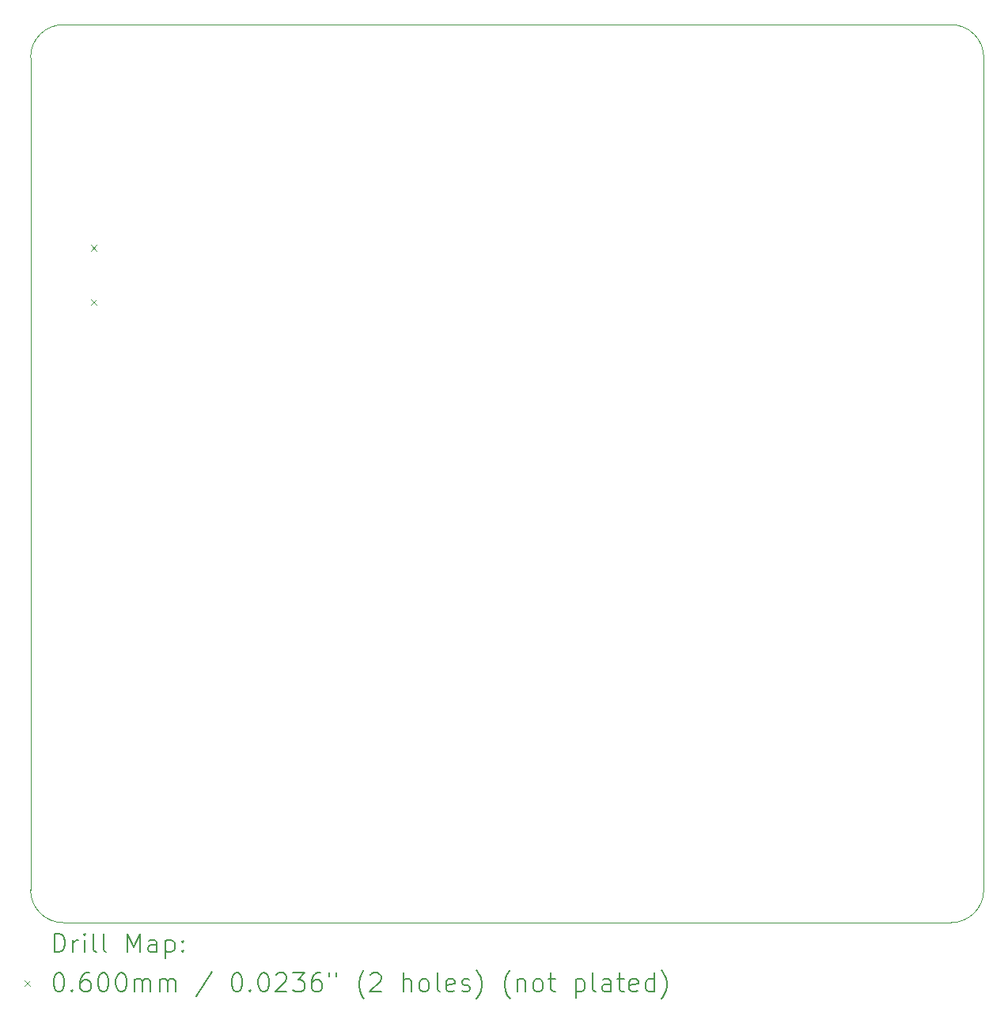
<source format=gbr>
%TF.GenerationSoftware,KiCad,Pcbnew,8.0.3+1*%
%TF.CreationDate,2024-08-22T20:15:40+00:00*%
%TF.ProjectId,AstraControl,41737472-6143-46f6-9e74-726f6c2e6b69,rev?*%
%TF.SameCoordinates,Original*%
%TF.FileFunction,Drillmap*%
%TF.FilePolarity,Positive*%
%FSLAX45Y45*%
G04 Gerber Fmt 4.5, Leading zero omitted, Abs format (unit mm)*
G04 Created by KiCad (PCBNEW 8.0.3+1) date 2024-08-22 20:15:40*
%MOMM*%
%LPD*%
G01*
G04 APERTURE LIST*
%ADD10C,0.100000*%
%ADD11C,0.200000*%
G04 APERTURE END LIST*
D10*
X10300000Y-6350000D02*
X10300000Y-15250000D01*
X10650000Y-15600000D02*
X20150000Y-15600000D01*
X20150000Y-6000000D02*
X10650000Y-6000000D01*
X20500000Y-15250000D02*
X20500000Y-6350000D01*
X10300000Y-6350000D02*
G75*
G02*
X10650000Y-6000000I350000J0D01*
G01*
X10650000Y-15600000D02*
G75*
G02*
X10300000Y-15250000I0J350000D01*
G01*
X20150000Y-6000000D02*
G75*
G02*
X20500000Y-6350000I0J-350000D01*
G01*
X20500000Y-15250000D02*
G75*
G02*
X20150000Y-15600000I-350000J0D01*
G01*
D11*
D10*
X10948000Y-8356000D02*
X11008000Y-8416000D01*
X11008000Y-8356000D02*
X10948000Y-8416000D01*
X10948000Y-8934000D02*
X11008000Y-8994000D01*
X11008000Y-8934000D02*
X10948000Y-8994000D01*
D11*
X10555777Y-15916484D02*
X10555777Y-15716484D01*
X10555777Y-15716484D02*
X10603396Y-15716484D01*
X10603396Y-15716484D02*
X10631967Y-15726008D01*
X10631967Y-15726008D02*
X10651015Y-15745055D01*
X10651015Y-15745055D02*
X10660539Y-15764103D01*
X10660539Y-15764103D02*
X10670063Y-15802198D01*
X10670063Y-15802198D02*
X10670063Y-15830769D01*
X10670063Y-15830769D02*
X10660539Y-15868865D01*
X10660539Y-15868865D02*
X10651015Y-15887912D01*
X10651015Y-15887912D02*
X10631967Y-15906960D01*
X10631967Y-15906960D02*
X10603396Y-15916484D01*
X10603396Y-15916484D02*
X10555777Y-15916484D01*
X10755777Y-15916484D02*
X10755777Y-15783150D01*
X10755777Y-15821246D02*
X10765301Y-15802198D01*
X10765301Y-15802198D02*
X10774824Y-15792674D01*
X10774824Y-15792674D02*
X10793872Y-15783150D01*
X10793872Y-15783150D02*
X10812920Y-15783150D01*
X10879586Y-15916484D02*
X10879586Y-15783150D01*
X10879586Y-15716484D02*
X10870063Y-15726008D01*
X10870063Y-15726008D02*
X10879586Y-15735531D01*
X10879586Y-15735531D02*
X10889110Y-15726008D01*
X10889110Y-15726008D02*
X10879586Y-15716484D01*
X10879586Y-15716484D02*
X10879586Y-15735531D01*
X11003396Y-15916484D02*
X10984348Y-15906960D01*
X10984348Y-15906960D02*
X10974824Y-15887912D01*
X10974824Y-15887912D02*
X10974824Y-15716484D01*
X11108158Y-15916484D02*
X11089110Y-15906960D01*
X11089110Y-15906960D02*
X11079586Y-15887912D01*
X11079586Y-15887912D02*
X11079586Y-15716484D01*
X11336729Y-15916484D02*
X11336729Y-15716484D01*
X11336729Y-15716484D02*
X11403396Y-15859341D01*
X11403396Y-15859341D02*
X11470062Y-15716484D01*
X11470062Y-15716484D02*
X11470062Y-15916484D01*
X11651015Y-15916484D02*
X11651015Y-15811722D01*
X11651015Y-15811722D02*
X11641491Y-15792674D01*
X11641491Y-15792674D02*
X11622443Y-15783150D01*
X11622443Y-15783150D02*
X11584348Y-15783150D01*
X11584348Y-15783150D02*
X11565301Y-15792674D01*
X11651015Y-15906960D02*
X11631967Y-15916484D01*
X11631967Y-15916484D02*
X11584348Y-15916484D01*
X11584348Y-15916484D02*
X11565301Y-15906960D01*
X11565301Y-15906960D02*
X11555777Y-15887912D01*
X11555777Y-15887912D02*
X11555777Y-15868865D01*
X11555777Y-15868865D02*
X11565301Y-15849817D01*
X11565301Y-15849817D02*
X11584348Y-15840293D01*
X11584348Y-15840293D02*
X11631967Y-15840293D01*
X11631967Y-15840293D02*
X11651015Y-15830769D01*
X11746253Y-15783150D02*
X11746253Y-15983150D01*
X11746253Y-15792674D02*
X11765301Y-15783150D01*
X11765301Y-15783150D02*
X11803396Y-15783150D01*
X11803396Y-15783150D02*
X11822443Y-15792674D01*
X11822443Y-15792674D02*
X11831967Y-15802198D01*
X11831967Y-15802198D02*
X11841491Y-15821246D01*
X11841491Y-15821246D02*
X11841491Y-15878388D01*
X11841491Y-15878388D02*
X11831967Y-15897436D01*
X11831967Y-15897436D02*
X11822443Y-15906960D01*
X11822443Y-15906960D02*
X11803396Y-15916484D01*
X11803396Y-15916484D02*
X11765301Y-15916484D01*
X11765301Y-15916484D02*
X11746253Y-15906960D01*
X11927205Y-15897436D02*
X11936729Y-15906960D01*
X11936729Y-15906960D02*
X11927205Y-15916484D01*
X11927205Y-15916484D02*
X11917682Y-15906960D01*
X11917682Y-15906960D02*
X11927205Y-15897436D01*
X11927205Y-15897436D02*
X11927205Y-15916484D01*
X11927205Y-15792674D02*
X11936729Y-15802198D01*
X11936729Y-15802198D02*
X11927205Y-15811722D01*
X11927205Y-15811722D02*
X11917682Y-15802198D01*
X11917682Y-15802198D02*
X11927205Y-15792674D01*
X11927205Y-15792674D02*
X11927205Y-15811722D01*
D10*
X10235000Y-16215000D02*
X10295000Y-16275000D01*
X10295000Y-16215000D02*
X10235000Y-16275000D01*
D11*
X10593872Y-16136484D02*
X10612920Y-16136484D01*
X10612920Y-16136484D02*
X10631967Y-16146008D01*
X10631967Y-16146008D02*
X10641491Y-16155531D01*
X10641491Y-16155531D02*
X10651015Y-16174579D01*
X10651015Y-16174579D02*
X10660539Y-16212674D01*
X10660539Y-16212674D02*
X10660539Y-16260293D01*
X10660539Y-16260293D02*
X10651015Y-16298388D01*
X10651015Y-16298388D02*
X10641491Y-16317436D01*
X10641491Y-16317436D02*
X10631967Y-16326960D01*
X10631967Y-16326960D02*
X10612920Y-16336484D01*
X10612920Y-16336484D02*
X10593872Y-16336484D01*
X10593872Y-16336484D02*
X10574824Y-16326960D01*
X10574824Y-16326960D02*
X10565301Y-16317436D01*
X10565301Y-16317436D02*
X10555777Y-16298388D01*
X10555777Y-16298388D02*
X10546253Y-16260293D01*
X10546253Y-16260293D02*
X10546253Y-16212674D01*
X10546253Y-16212674D02*
X10555777Y-16174579D01*
X10555777Y-16174579D02*
X10565301Y-16155531D01*
X10565301Y-16155531D02*
X10574824Y-16146008D01*
X10574824Y-16146008D02*
X10593872Y-16136484D01*
X10746253Y-16317436D02*
X10755777Y-16326960D01*
X10755777Y-16326960D02*
X10746253Y-16336484D01*
X10746253Y-16336484D02*
X10736729Y-16326960D01*
X10736729Y-16326960D02*
X10746253Y-16317436D01*
X10746253Y-16317436D02*
X10746253Y-16336484D01*
X10927205Y-16136484D02*
X10889110Y-16136484D01*
X10889110Y-16136484D02*
X10870063Y-16146008D01*
X10870063Y-16146008D02*
X10860539Y-16155531D01*
X10860539Y-16155531D02*
X10841491Y-16184103D01*
X10841491Y-16184103D02*
X10831967Y-16222198D01*
X10831967Y-16222198D02*
X10831967Y-16298388D01*
X10831967Y-16298388D02*
X10841491Y-16317436D01*
X10841491Y-16317436D02*
X10851015Y-16326960D01*
X10851015Y-16326960D02*
X10870063Y-16336484D01*
X10870063Y-16336484D02*
X10908158Y-16336484D01*
X10908158Y-16336484D02*
X10927205Y-16326960D01*
X10927205Y-16326960D02*
X10936729Y-16317436D01*
X10936729Y-16317436D02*
X10946253Y-16298388D01*
X10946253Y-16298388D02*
X10946253Y-16250769D01*
X10946253Y-16250769D02*
X10936729Y-16231722D01*
X10936729Y-16231722D02*
X10927205Y-16222198D01*
X10927205Y-16222198D02*
X10908158Y-16212674D01*
X10908158Y-16212674D02*
X10870063Y-16212674D01*
X10870063Y-16212674D02*
X10851015Y-16222198D01*
X10851015Y-16222198D02*
X10841491Y-16231722D01*
X10841491Y-16231722D02*
X10831967Y-16250769D01*
X11070063Y-16136484D02*
X11089110Y-16136484D01*
X11089110Y-16136484D02*
X11108158Y-16146008D01*
X11108158Y-16146008D02*
X11117682Y-16155531D01*
X11117682Y-16155531D02*
X11127205Y-16174579D01*
X11127205Y-16174579D02*
X11136729Y-16212674D01*
X11136729Y-16212674D02*
X11136729Y-16260293D01*
X11136729Y-16260293D02*
X11127205Y-16298388D01*
X11127205Y-16298388D02*
X11117682Y-16317436D01*
X11117682Y-16317436D02*
X11108158Y-16326960D01*
X11108158Y-16326960D02*
X11089110Y-16336484D01*
X11089110Y-16336484D02*
X11070063Y-16336484D01*
X11070063Y-16336484D02*
X11051015Y-16326960D01*
X11051015Y-16326960D02*
X11041491Y-16317436D01*
X11041491Y-16317436D02*
X11031967Y-16298388D01*
X11031967Y-16298388D02*
X11022444Y-16260293D01*
X11022444Y-16260293D02*
X11022444Y-16212674D01*
X11022444Y-16212674D02*
X11031967Y-16174579D01*
X11031967Y-16174579D02*
X11041491Y-16155531D01*
X11041491Y-16155531D02*
X11051015Y-16146008D01*
X11051015Y-16146008D02*
X11070063Y-16136484D01*
X11260539Y-16136484D02*
X11279586Y-16136484D01*
X11279586Y-16136484D02*
X11298634Y-16146008D01*
X11298634Y-16146008D02*
X11308158Y-16155531D01*
X11308158Y-16155531D02*
X11317682Y-16174579D01*
X11317682Y-16174579D02*
X11327205Y-16212674D01*
X11327205Y-16212674D02*
X11327205Y-16260293D01*
X11327205Y-16260293D02*
X11317682Y-16298388D01*
X11317682Y-16298388D02*
X11308158Y-16317436D01*
X11308158Y-16317436D02*
X11298634Y-16326960D01*
X11298634Y-16326960D02*
X11279586Y-16336484D01*
X11279586Y-16336484D02*
X11260539Y-16336484D01*
X11260539Y-16336484D02*
X11241491Y-16326960D01*
X11241491Y-16326960D02*
X11231967Y-16317436D01*
X11231967Y-16317436D02*
X11222443Y-16298388D01*
X11222443Y-16298388D02*
X11212920Y-16260293D01*
X11212920Y-16260293D02*
X11212920Y-16212674D01*
X11212920Y-16212674D02*
X11222443Y-16174579D01*
X11222443Y-16174579D02*
X11231967Y-16155531D01*
X11231967Y-16155531D02*
X11241491Y-16146008D01*
X11241491Y-16146008D02*
X11260539Y-16136484D01*
X11412920Y-16336484D02*
X11412920Y-16203150D01*
X11412920Y-16222198D02*
X11422443Y-16212674D01*
X11422443Y-16212674D02*
X11441491Y-16203150D01*
X11441491Y-16203150D02*
X11470063Y-16203150D01*
X11470063Y-16203150D02*
X11489110Y-16212674D01*
X11489110Y-16212674D02*
X11498634Y-16231722D01*
X11498634Y-16231722D02*
X11498634Y-16336484D01*
X11498634Y-16231722D02*
X11508158Y-16212674D01*
X11508158Y-16212674D02*
X11527205Y-16203150D01*
X11527205Y-16203150D02*
X11555777Y-16203150D01*
X11555777Y-16203150D02*
X11574824Y-16212674D01*
X11574824Y-16212674D02*
X11584348Y-16231722D01*
X11584348Y-16231722D02*
X11584348Y-16336484D01*
X11679586Y-16336484D02*
X11679586Y-16203150D01*
X11679586Y-16222198D02*
X11689110Y-16212674D01*
X11689110Y-16212674D02*
X11708158Y-16203150D01*
X11708158Y-16203150D02*
X11736729Y-16203150D01*
X11736729Y-16203150D02*
X11755777Y-16212674D01*
X11755777Y-16212674D02*
X11765301Y-16231722D01*
X11765301Y-16231722D02*
X11765301Y-16336484D01*
X11765301Y-16231722D02*
X11774824Y-16212674D01*
X11774824Y-16212674D02*
X11793872Y-16203150D01*
X11793872Y-16203150D02*
X11822443Y-16203150D01*
X11822443Y-16203150D02*
X11841491Y-16212674D01*
X11841491Y-16212674D02*
X11851015Y-16231722D01*
X11851015Y-16231722D02*
X11851015Y-16336484D01*
X12241491Y-16126960D02*
X12070063Y-16384103D01*
X12498634Y-16136484D02*
X12517682Y-16136484D01*
X12517682Y-16136484D02*
X12536729Y-16146008D01*
X12536729Y-16146008D02*
X12546253Y-16155531D01*
X12546253Y-16155531D02*
X12555777Y-16174579D01*
X12555777Y-16174579D02*
X12565301Y-16212674D01*
X12565301Y-16212674D02*
X12565301Y-16260293D01*
X12565301Y-16260293D02*
X12555777Y-16298388D01*
X12555777Y-16298388D02*
X12546253Y-16317436D01*
X12546253Y-16317436D02*
X12536729Y-16326960D01*
X12536729Y-16326960D02*
X12517682Y-16336484D01*
X12517682Y-16336484D02*
X12498634Y-16336484D01*
X12498634Y-16336484D02*
X12479586Y-16326960D01*
X12479586Y-16326960D02*
X12470063Y-16317436D01*
X12470063Y-16317436D02*
X12460539Y-16298388D01*
X12460539Y-16298388D02*
X12451015Y-16260293D01*
X12451015Y-16260293D02*
X12451015Y-16212674D01*
X12451015Y-16212674D02*
X12460539Y-16174579D01*
X12460539Y-16174579D02*
X12470063Y-16155531D01*
X12470063Y-16155531D02*
X12479586Y-16146008D01*
X12479586Y-16146008D02*
X12498634Y-16136484D01*
X12651015Y-16317436D02*
X12660539Y-16326960D01*
X12660539Y-16326960D02*
X12651015Y-16336484D01*
X12651015Y-16336484D02*
X12641491Y-16326960D01*
X12641491Y-16326960D02*
X12651015Y-16317436D01*
X12651015Y-16317436D02*
X12651015Y-16336484D01*
X12784348Y-16136484D02*
X12803396Y-16136484D01*
X12803396Y-16136484D02*
X12822444Y-16146008D01*
X12822444Y-16146008D02*
X12831967Y-16155531D01*
X12831967Y-16155531D02*
X12841491Y-16174579D01*
X12841491Y-16174579D02*
X12851015Y-16212674D01*
X12851015Y-16212674D02*
X12851015Y-16260293D01*
X12851015Y-16260293D02*
X12841491Y-16298388D01*
X12841491Y-16298388D02*
X12831967Y-16317436D01*
X12831967Y-16317436D02*
X12822444Y-16326960D01*
X12822444Y-16326960D02*
X12803396Y-16336484D01*
X12803396Y-16336484D02*
X12784348Y-16336484D01*
X12784348Y-16336484D02*
X12765301Y-16326960D01*
X12765301Y-16326960D02*
X12755777Y-16317436D01*
X12755777Y-16317436D02*
X12746253Y-16298388D01*
X12746253Y-16298388D02*
X12736729Y-16260293D01*
X12736729Y-16260293D02*
X12736729Y-16212674D01*
X12736729Y-16212674D02*
X12746253Y-16174579D01*
X12746253Y-16174579D02*
X12755777Y-16155531D01*
X12755777Y-16155531D02*
X12765301Y-16146008D01*
X12765301Y-16146008D02*
X12784348Y-16136484D01*
X12927206Y-16155531D02*
X12936729Y-16146008D01*
X12936729Y-16146008D02*
X12955777Y-16136484D01*
X12955777Y-16136484D02*
X13003396Y-16136484D01*
X13003396Y-16136484D02*
X13022444Y-16146008D01*
X13022444Y-16146008D02*
X13031967Y-16155531D01*
X13031967Y-16155531D02*
X13041491Y-16174579D01*
X13041491Y-16174579D02*
X13041491Y-16193627D01*
X13041491Y-16193627D02*
X13031967Y-16222198D01*
X13031967Y-16222198D02*
X12917682Y-16336484D01*
X12917682Y-16336484D02*
X13041491Y-16336484D01*
X13108158Y-16136484D02*
X13231967Y-16136484D01*
X13231967Y-16136484D02*
X13165301Y-16212674D01*
X13165301Y-16212674D02*
X13193872Y-16212674D01*
X13193872Y-16212674D02*
X13212920Y-16222198D01*
X13212920Y-16222198D02*
X13222444Y-16231722D01*
X13222444Y-16231722D02*
X13231967Y-16250769D01*
X13231967Y-16250769D02*
X13231967Y-16298388D01*
X13231967Y-16298388D02*
X13222444Y-16317436D01*
X13222444Y-16317436D02*
X13212920Y-16326960D01*
X13212920Y-16326960D02*
X13193872Y-16336484D01*
X13193872Y-16336484D02*
X13136729Y-16336484D01*
X13136729Y-16336484D02*
X13117682Y-16326960D01*
X13117682Y-16326960D02*
X13108158Y-16317436D01*
X13403396Y-16136484D02*
X13365301Y-16136484D01*
X13365301Y-16136484D02*
X13346253Y-16146008D01*
X13346253Y-16146008D02*
X13336729Y-16155531D01*
X13336729Y-16155531D02*
X13317682Y-16184103D01*
X13317682Y-16184103D02*
X13308158Y-16222198D01*
X13308158Y-16222198D02*
X13308158Y-16298388D01*
X13308158Y-16298388D02*
X13317682Y-16317436D01*
X13317682Y-16317436D02*
X13327206Y-16326960D01*
X13327206Y-16326960D02*
X13346253Y-16336484D01*
X13346253Y-16336484D02*
X13384348Y-16336484D01*
X13384348Y-16336484D02*
X13403396Y-16326960D01*
X13403396Y-16326960D02*
X13412920Y-16317436D01*
X13412920Y-16317436D02*
X13422444Y-16298388D01*
X13422444Y-16298388D02*
X13422444Y-16250769D01*
X13422444Y-16250769D02*
X13412920Y-16231722D01*
X13412920Y-16231722D02*
X13403396Y-16222198D01*
X13403396Y-16222198D02*
X13384348Y-16212674D01*
X13384348Y-16212674D02*
X13346253Y-16212674D01*
X13346253Y-16212674D02*
X13327206Y-16222198D01*
X13327206Y-16222198D02*
X13317682Y-16231722D01*
X13317682Y-16231722D02*
X13308158Y-16250769D01*
X13498634Y-16136484D02*
X13498634Y-16174579D01*
X13574825Y-16136484D02*
X13574825Y-16174579D01*
X13870063Y-16412674D02*
X13860539Y-16403150D01*
X13860539Y-16403150D02*
X13841491Y-16374579D01*
X13841491Y-16374579D02*
X13831968Y-16355531D01*
X13831968Y-16355531D02*
X13822444Y-16326960D01*
X13822444Y-16326960D02*
X13812920Y-16279341D01*
X13812920Y-16279341D02*
X13812920Y-16241246D01*
X13812920Y-16241246D02*
X13822444Y-16193627D01*
X13822444Y-16193627D02*
X13831968Y-16165055D01*
X13831968Y-16165055D02*
X13841491Y-16146008D01*
X13841491Y-16146008D02*
X13860539Y-16117436D01*
X13860539Y-16117436D02*
X13870063Y-16107912D01*
X13936729Y-16155531D02*
X13946253Y-16146008D01*
X13946253Y-16146008D02*
X13965301Y-16136484D01*
X13965301Y-16136484D02*
X14012920Y-16136484D01*
X14012920Y-16136484D02*
X14031968Y-16146008D01*
X14031968Y-16146008D02*
X14041491Y-16155531D01*
X14041491Y-16155531D02*
X14051015Y-16174579D01*
X14051015Y-16174579D02*
X14051015Y-16193627D01*
X14051015Y-16193627D02*
X14041491Y-16222198D01*
X14041491Y-16222198D02*
X13927206Y-16336484D01*
X13927206Y-16336484D02*
X14051015Y-16336484D01*
X14289110Y-16336484D02*
X14289110Y-16136484D01*
X14374825Y-16336484D02*
X14374825Y-16231722D01*
X14374825Y-16231722D02*
X14365301Y-16212674D01*
X14365301Y-16212674D02*
X14346253Y-16203150D01*
X14346253Y-16203150D02*
X14317682Y-16203150D01*
X14317682Y-16203150D02*
X14298634Y-16212674D01*
X14298634Y-16212674D02*
X14289110Y-16222198D01*
X14498634Y-16336484D02*
X14479587Y-16326960D01*
X14479587Y-16326960D02*
X14470063Y-16317436D01*
X14470063Y-16317436D02*
X14460539Y-16298388D01*
X14460539Y-16298388D02*
X14460539Y-16241246D01*
X14460539Y-16241246D02*
X14470063Y-16222198D01*
X14470063Y-16222198D02*
X14479587Y-16212674D01*
X14479587Y-16212674D02*
X14498634Y-16203150D01*
X14498634Y-16203150D02*
X14527206Y-16203150D01*
X14527206Y-16203150D02*
X14546253Y-16212674D01*
X14546253Y-16212674D02*
X14555777Y-16222198D01*
X14555777Y-16222198D02*
X14565301Y-16241246D01*
X14565301Y-16241246D02*
X14565301Y-16298388D01*
X14565301Y-16298388D02*
X14555777Y-16317436D01*
X14555777Y-16317436D02*
X14546253Y-16326960D01*
X14546253Y-16326960D02*
X14527206Y-16336484D01*
X14527206Y-16336484D02*
X14498634Y-16336484D01*
X14679587Y-16336484D02*
X14660539Y-16326960D01*
X14660539Y-16326960D02*
X14651015Y-16307912D01*
X14651015Y-16307912D02*
X14651015Y-16136484D01*
X14831968Y-16326960D02*
X14812920Y-16336484D01*
X14812920Y-16336484D02*
X14774825Y-16336484D01*
X14774825Y-16336484D02*
X14755777Y-16326960D01*
X14755777Y-16326960D02*
X14746253Y-16307912D01*
X14746253Y-16307912D02*
X14746253Y-16231722D01*
X14746253Y-16231722D02*
X14755777Y-16212674D01*
X14755777Y-16212674D02*
X14774825Y-16203150D01*
X14774825Y-16203150D02*
X14812920Y-16203150D01*
X14812920Y-16203150D02*
X14831968Y-16212674D01*
X14831968Y-16212674D02*
X14841491Y-16231722D01*
X14841491Y-16231722D02*
X14841491Y-16250769D01*
X14841491Y-16250769D02*
X14746253Y-16269817D01*
X14917682Y-16326960D02*
X14936730Y-16336484D01*
X14936730Y-16336484D02*
X14974825Y-16336484D01*
X14974825Y-16336484D02*
X14993872Y-16326960D01*
X14993872Y-16326960D02*
X15003396Y-16307912D01*
X15003396Y-16307912D02*
X15003396Y-16298388D01*
X15003396Y-16298388D02*
X14993872Y-16279341D01*
X14993872Y-16279341D02*
X14974825Y-16269817D01*
X14974825Y-16269817D02*
X14946253Y-16269817D01*
X14946253Y-16269817D02*
X14927206Y-16260293D01*
X14927206Y-16260293D02*
X14917682Y-16241246D01*
X14917682Y-16241246D02*
X14917682Y-16231722D01*
X14917682Y-16231722D02*
X14927206Y-16212674D01*
X14927206Y-16212674D02*
X14946253Y-16203150D01*
X14946253Y-16203150D02*
X14974825Y-16203150D01*
X14974825Y-16203150D02*
X14993872Y-16212674D01*
X15070063Y-16412674D02*
X15079587Y-16403150D01*
X15079587Y-16403150D02*
X15098634Y-16374579D01*
X15098634Y-16374579D02*
X15108158Y-16355531D01*
X15108158Y-16355531D02*
X15117682Y-16326960D01*
X15117682Y-16326960D02*
X15127206Y-16279341D01*
X15127206Y-16279341D02*
X15127206Y-16241246D01*
X15127206Y-16241246D02*
X15117682Y-16193627D01*
X15117682Y-16193627D02*
X15108158Y-16165055D01*
X15108158Y-16165055D02*
X15098634Y-16146008D01*
X15098634Y-16146008D02*
X15079587Y-16117436D01*
X15079587Y-16117436D02*
X15070063Y-16107912D01*
X15431968Y-16412674D02*
X15422444Y-16403150D01*
X15422444Y-16403150D02*
X15403396Y-16374579D01*
X15403396Y-16374579D02*
X15393872Y-16355531D01*
X15393872Y-16355531D02*
X15384349Y-16326960D01*
X15384349Y-16326960D02*
X15374825Y-16279341D01*
X15374825Y-16279341D02*
X15374825Y-16241246D01*
X15374825Y-16241246D02*
X15384349Y-16193627D01*
X15384349Y-16193627D02*
X15393872Y-16165055D01*
X15393872Y-16165055D02*
X15403396Y-16146008D01*
X15403396Y-16146008D02*
X15422444Y-16117436D01*
X15422444Y-16117436D02*
X15431968Y-16107912D01*
X15508158Y-16203150D02*
X15508158Y-16336484D01*
X15508158Y-16222198D02*
X15517682Y-16212674D01*
X15517682Y-16212674D02*
X15536730Y-16203150D01*
X15536730Y-16203150D02*
X15565301Y-16203150D01*
X15565301Y-16203150D02*
X15584349Y-16212674D01*
X15584349Y-16212674D02*
X15593872Y-16231722D01*
X15593872Y-16231722D02*
X15593872Y-16336484D01*
X15717682Y-16336484D02*
X15698634Y-16326960D01*
X15698634Y-16326960D02*
X15689111Y-16317436D01*
X15689111Y-16317436D02*
X15679587Y-16298388D01*
X15679587Y-16298388D02*
X15679587Y-16241246D01*
X15679587Y-16241246D02*
X15689111Y-16222198D01*
X15689111Y-16222198D02*
X15698634Y-16212674D01*
X15698634Y-16212674D02*
X15717682Y-16203150D01*
X15717682Y-16203150D02*
X15746253Y-16203150D01*
X15746253Y-16203150D02*
X15765301Y-16212674D01*
X15765301Y-16212674D02*
X15774825Y-16222198D01*
X15774825Y-16222198D02*
X15784349Y-16241246D01*
X15784349Y-16241246D02*
X15784349Y-16298388D01*
X15784349Y-16298388D02*
X15774825Y-16317436D01*
X15774825Y-16317436D02*
X15765301Y-16326960D01*
X15765301Y-16326960D02*
X15746253Y-16336484D01*
X15746253Y-16336484D02*
X15717682Y-16336484D01*
X15841492Y-16203150D02*
X15917682Y-16203150D01*
X15870063Y-16136484D02*
X15870063Y-16307912D01*
X15870063Y-16307912D02*
X15879587Y-16326960D01*
X15879587Y-16326960D02*
X15898634Y-16336484D01*
X15898634Y-16336484D02*
X15917682Y-16336484D01*
X16136730Y-16203150D02*
X16136730Y-16403150D01*
X16136730Y-16212674D02*
X16155777Y-16203150D01*
X16155777Y-16203150D02*
X16193873Y-16203150D01*
X16193873Y-16203150D02*
X16212920Y-16212674D01*
X16212920Y-16212674D02*
X16222444Y-16222198D01*
X16222444Y-16222198D02*
X16231968Y-16241246D01*
X16231968Y-16241246D02*
X16231968Y-16298388D01*
X16231968Y-16298388D02*
X16222444Y-16317436D01*
X16222444Y-16317436D02*
X16212920Y-16326960D01*
X16212920Y-16326960D02*
X16193873Y-16336484D01*
X16193873Y-16336484D02*
X16155777Y-16336484D01*
X16155777Y-16336484D02*
X16136730Y-16326960D01*
X16346253Y-16336484D02*
X16327206Y-16326960D01*
X16327206Y-16326960D02*
X16317682Y-16307912D01*
X16317682Y-16307912D02*
X16317682Y-16136484D01*
X16508158Y-16336484D02*
X16508158Y-16231722D01*
X16508158Y-16231722D02*
X16498634Y-16212674D01*
X16498634Y-16212674D02*
X16479587Y-16203150D01*
X16479587Y-16203150D02*
X16441492Y-16203150D01*
X16441492Y-16203150D02*
X16422444Y-16212674D01*
X16508158Y-16326960D02*
X16489111Y-16336484D01*
X16489111Y-16336484D02*
X16441492Y-16336484D01*
X16441492Y-16336484D02*
X16422444Y-16326960D01*
X16422444Y-16326960D02*
X16412920Y-16307912D01*
X16412920Y-16307912D02*
X16412920Y-16288865D01*
X16412920Y-16288865D02*
X16422444Y-16269817D01*
X16422444Y-16269817D02*
X16441492Y-16260293D01*
X16441492Y-16260293D02*
X16489111Y-16260293D01*
X16489111Y-16260293D02*
X16508158Y-16250769D01*
X16574825Y-16203150D02*
X16651015Y-16203150D01*
X16603396Y-16136484D02*
X16603396Y-16307912D01*
X16603396Y-16307912D02*
X16612920Y-16326960D01*
X16612920Y-16326960D02*
X16631968Y-16336484D01*
X16631968Y-16336484D02*
X16651015Y-16336484D01*
X16793873Y-16326960D02*
X16774825Y-16336484D01*
X16774825Y-16336484D02*
X16736730Y-16336484D01*
X16736730Y-16336484D02*
X16717682Y-16326960D01*
X16717682Y-16326960D02*
X16708158Y-16307912D01*
X16708158Y-16307912D02*
X16708158Y-16231722D01*
X16708158Y-16231722D02*
X16717682Y-16212674D01*
X16717682Y-16212674D02*
X16736730Y-16203150D01*
X16736730Y-16203150D02*
X16774825Y-16203150D01*
X16774825Y-16203150D02*
X16793873Y-16212674D01*
X16793873Y-16212674D02*
X16803396Y-16231722D01*
X16803396Y-16231722D02*
X16803396Y-16250769D01*
X16803396Y-16250769D02*
X16708158Y-16269817D01*
X16974825Y-16336484D02*
X16974825Y-16136484D01*
X16974825Y-16326960D02*
X16955777Y-16336484D01*
X16955777Y-16336484D02*
X16917682Y-16336484D01*
X16917682Y-16336484D02*
X16898635Y-16326960D01*
X16898635Y-16326960D02*
X16889111Y-16317436D01*
X16889111Y-16317436D02*
X16879587Y-16298388D01*
X16879587Y-16298388D02*
X16879587Y-16241246D01*
X16879587Y-16241246D02*
X16889111Y-16222198D01*
X16889111Y-16222198D02*
X16898635Y-16212674D01*
X16898635Y-16212674D02*
X16917682Y-16203150D01*
X16917682Y-16203150D02*
X16955777Y-16203150D01*
X16955777Y-16203150D02*
X16974825Y-16212674D01*
X17051016Y-16412674D02*
X17060539Y-16403150D01*
X17060539Y-16403150D02*
X17079587Y-16374579D01*
X17079587Y-16374579D02*
X17089111Y-16355531D01*
X17089111Y-16355531D02*
X17098635Y-16326960D01*
X17098635Y-16326960D02*
X17108158Y-16279341D01*
X17108158Y-16279341D02*
X17108158Y-16241246D01*
X17108158Y-16241246D02*
X17098635Y-16193627D01*
X17098635Y-16193627D02*
X17089111Y-16165055D01*
X17089111Y-16165055D02*
X17079587Y-16146008D01*
X17079587Y-16146008D02*
X17060539Y-16117436D01*
X17060539Y-16117436D02*
X17051016Y-16107912D01*
M02*

</source>
